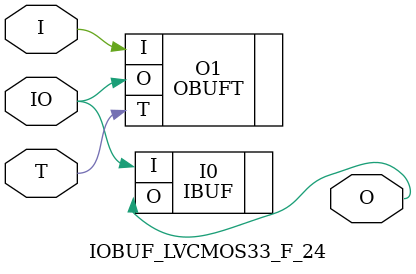
<source format=v>


`timescale  1 ps / 1 ps


module IOBUF_LVCMOS33_F_24 (O, IO, I, T);

    output O;

    inout  IO;

    input  I, T;

        OBUFT #(.IOSTANDARD("LVCMOS33"), .SLEW("FAST"), .DRIVE(24)) O1 (.O(IO), .I(I), .T(T)); 
	IBUF #(.IOSTANDARD("LVCMOS33"))  I0 (.O(O), .I(IO));
        

endmodule



</source>
